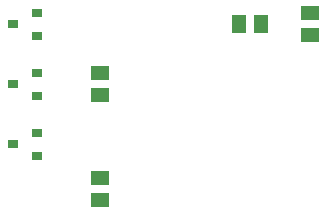
<source format=gtp>
G75*
%MOIN*%
%OFA0B0*%
%FSLAX24Y24*%
%IPPOS*%
%LPD*%
%AMOC8*
5,1,8,0,0,1.08239X$1,22.5*
%
%ADD10R,0.0630X0.0512*%
%ADD11R,0.0512X0.0630*%
%ADD12R,0.0350X0.0310*%
D10*
X007850Y012726D03*
X007850Y013474D03*
X007850Y016226D03*
X007850Y016974D03*
X014850Y018226D03*
X014850Y018974D03*
D11*
X013224Y018600D03*
X012476Y018600D03*
D12*
X005750Y018970D03*
X004950Y018590D03*
X005750Y018210D03*
X005750Y016970D03*
X004950Y016590D03*
X005750Y016210D03*
X005750Y014970D03*
X004950Y014590D03*
X005750Y014210D03*
M02*

</source>
